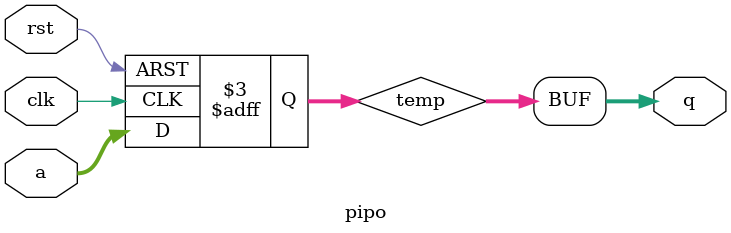
<source format=v>
module pipo(a,clk,rst,q);
input clk,rst;
input [3:0]a;
output [3:0]q;
wire [3:0]q;
reg [3:0]temp;
always@(posedge clk,posedge rst)
begin
if(rst==1)
temp<=4'b0000;
else
begin
temp[3]<=a[3];
temp[2]<=a[2];
temp[1]<=a[1];
temp[0]<=a[0];
end
end
assign q=temp;
endmodule
</source>
